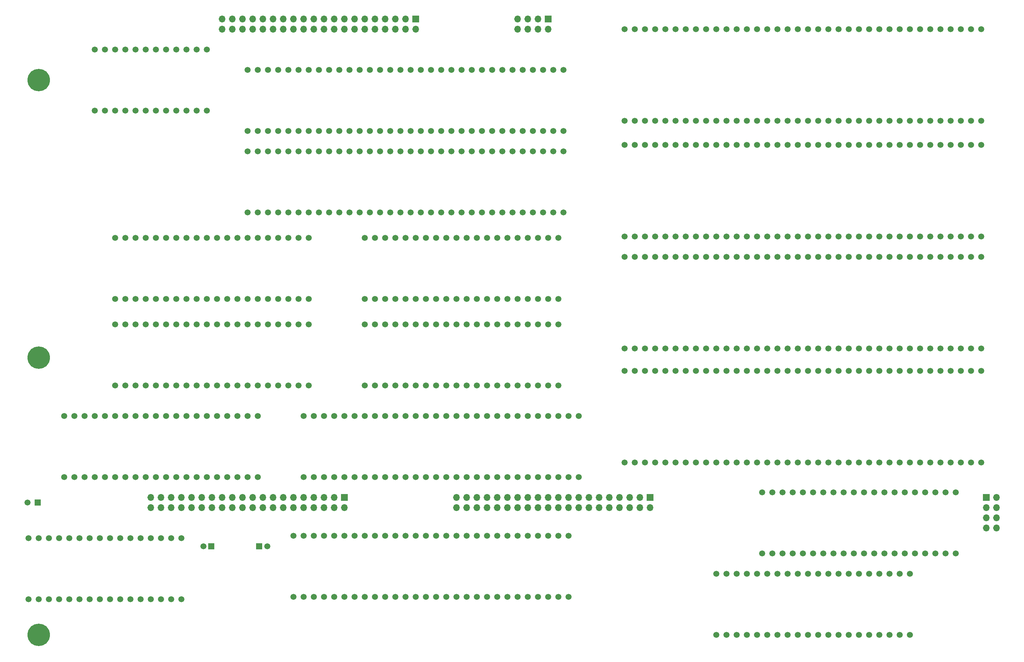
<source format=gbs>
%TF.GenerationSoftware,KiCad,Pcbnew,8.0.4*%
%TF.CreationDate,2024-08-23T10:55:08+02:00*%
%TF.ProjectId,Video Board - Memory,56696465-6f20-4426-9f61-7264202d204d,rev?*%
%TF.SameCoordinates,PX18392c0PY1360f00*%
%TF.FileFunction,Soldermask,Bot*%
%TF.FilePolarity,Negative*%
%FSLAX46Y46*%
G04 Gerber Fmt 4.6, Leading zero omitted, Abs format (unit mm)*
G04 Created by KiCad (PCBNEW 8.0.4) date 2024-08-23 10:55:08*
%MOMM*%
%LPD*%
G01*
G04 APERTURE LIST*
%ADD10R,1.500000X1.500000*%
%ADD11C,1.500000*%
%ADD12C,5.600000*%
%ADD13R,1.700000X1.700000*%
%ADD14O,1.700000X1.700000*%
G04 APERTURE END LIST*
D10*
%TO.C,C3*%
X54991000Y-116332000D03*
D11*
X56991000Y-116332000D03*
%TD*%
%TO.C,B4*%
X146050000Y-10160000D03*
X148590000Y-10160000D03*
X151130000Y-10160000D03*
X153670000Y-10160000D03*
X156210000Y-10160000D03*
X158750000Y-10160000D03*
X161290000Y-10160000D03*
X163830000Y-10160000D03*
X166370000Y-10160000D03*
X168910000Y-10160000D03*
X171450000Y-10160000D03*
X173990000Y-10160000D03*
X176530000Y-10160000D03*
X179070000Y-10160000D03*
X181610000Y-10160000D03*
X184150000Y-10160000D03*
X186690000Y-10160000D03*
X189230000Y-10160000D03*
X191770000Y-10160000D03*
X194310000Y-10160000D03*
X196850000Y-10160000D03*
X199390000Y-10160000D03*
X201930000Y-10160000D03*
X204470000Y-10160000D03*
X207010000Y-10160000D03*
X209550000Y-10160000D03*
X212090000Y-10160000D03*
X214630000Y-10160000D03*
X217170000Y-10160000D03*
X219710000Y-10160000D03*
X222250000Y-10160000D03*
X224790000Y-10160000D03*
X227330000Y-10160000D03*
X229870000Y-10160000D03*
X232410000Y-10160000D03*
X234950000Y-10160000D03*
X234950000Y12700000D03*
X232410000Y12700000D03*
X229870000Y12700000D03*
X227330000Y12700000D03*
X224790000Y12700000D03*
X222250000Y12700000D03*
X219710000Y12700000D03*
X217170000Y12700000D03*
X214630000Y12700000D03*
X212090000Y12700000D03*
X209550000Y12700000D03*
X207010000Y12700000D03*
X204470000Y12700000D03*
X201930000Y12700000D03*
X199390000Y12700000D03*
X196850000Y12700000D03*
X194310000Y12700000D03*
X191770000Y12700000D03*
X189230000Y12700000D03*
X186690000Y12700000D03*
X184150000Y12700000D03*
X181610000Y12700000D03*
X179070000Y12700000D03*
X176530000Y12700000D03*
X173990000Y12700000D03*
X171450000Y12700000D03*
X168910000Y12700000D03*
X166370000Y12700000D03*
X163830000Y12700000D03*
X161290000Y12700000D03*
X158750000Y12700000D03*
X156210000Y12700000D03*
X153670000Y12700000D03*
X151130000Y12700000D03*
X148590000Y12700000D03*
X146050000Y12700000D03*
%TD*%
%TO.C,B25*%
X-2540000Y-129540000D03*
X0Y-129540000D03*
X2540000Y-129540000D03*
X5080000Y-129540000D03*
X7620000Y-129540000D03*
X10160000Y-129540000D03*
X12700000Y-129540000D03*
X15240000Y-129540000D03*
X17780000Y-129540000D03*
X20320000Y-129540000D03*
X22860000Y-129540000D03*
X25400000Y-129540000D03*
X27940000Y-129540000D03*
X30480000Y-129540000D03*
X33020000Y-129540000D03*
X35560000Y-129540000D03*
X35560000Y-114300000D03*
X33020000Y-114300000D03*
X30480000Y-114300000D03*
X27940000Y-114300000D03*
X25400000Y-114300000D03*
X22860000Y-114300000D03*
X20320000Y-114300000D03*
X17780000Y-114300000D03*
X15240000Y-114300000D03*
X12700000Y-114300000D03*
X10160000Y-114300000D03*
X7620000Y-114300000D03*
X5080000Y-114300000D03*
X2540000Y-114300000D03*
X0Y-114300000D03*
X-2540000Y-114300000D03*
%TD*%
%TO.C,B31*%
X146050000Y-95411000D03*
X148590000Y-95411000D03*
X151130000Y-95411000D03*
X153670000Y-95411000D03*
X156210000Y-95411000D03*
X158750000Y-95411000D03*
X161290000Y-95411000D03*
X163830000Y-95411000D03*
X166370000Y-95411000D03*
X168910000Y-95411000D03*
X171450000Y-95411000D03*
X173990000Y-95411000D03*
X176530000Y-95411000D03*
X179070000Y-95411000D03*
X181610000Y-95411000D03*
X184150000Y-95411000D03*
X186690000Y-95411000D03*
X189230000Y-95411000D03*
X191770000Y-95411000D03*
X194310000Y-95411000D03*
X196850000Y-95411000D03*
X199390000Y-95411000D03*
X201930000Y-95411000D03*
X204470000Y-95411000D03*
X207010000Y-95411000D03*
X209550000Y-95411000D03*
X212090000Y-95411000D03*
X214630000Y-95411000D03*
X217170000Y-95411000D03*
X219710000Y-95411000D03*
X222250000Y-95411000D03*
X224790000Y-95411000D03*
X227330000Y-95411000D03*
X229870000Y-95411000D03*
X232410000Y-95411000D03*
X234950000Y-95411000D03*
X234950000Y-72551000D03*
X232410000Y-72551000D03*
X229870000Y-72551000D03*
X227330000Y-72551000D03*
X224790000Y-72551000D03*
X222250000Y-72551000D03*
X219710000Y-72551000D03*
X217170000Y-72551000D03*
X214630000Y-72551000D03*
X212090000Y-72551000D03*
X209550000Y-72551000D03*
X207010000Y-72551000D03*
X204470000Y-72551000D03*
X201930000Y-72551000D03*
X199390000Y-72551000D03*
X196850000Y-72551000D03*
X194310000Y-72551000D03*
X191770000Y-72551000D03*
X189230000Y-72551000D03*
X186690000Y-72551000D03*
X184150000Y-72551000D03*
X181610000Y-72551000D03*
X179070000Y-72551000D03*
X176530000Y-72551000D03*
X173990000Y-72551000D03*
X171450000Y-72551000D03*
X168910000Y-72551000D03*
X166370000Y-72551000D03*
X163830000Y-72551000D03*
X161290000Y-72551000D03*
X158750000Y-72551000D03*
X156210000Y-72551000D03*
X153670000Y-72551000D03*
X151130000Y-72551000D03*
X148590000Y-72551000D03*
X146050000Y-72551000D03*
%TD*%
D10*
%TO.C,C4*%
X43053000Y-116332000D03*
D11*
X41053000Y-116332000D03*
%TD*%
%TO.C,B28*%
X81280000Y-54610000D03*
X83820000Y-54610000D03*
X86360000Y-54610000D03*
X88900000Y-54610000D03*
X91440000Y-54610000D03*
X93980000Y-54610000D03*
X96520000Y-54610000D03*
X99060000Y-54610000D03*
X101600000Y-54610000D03*
X104140000Y-54610000D03*
X106680000Y-54610000D03*
X109220000Y-54610000D03*
X111760000Y-54610000D03*
X114300000Y-54610000D03*
X116840000Y-54610000D03*
X119380000Y-54610000D03*
X121920000Y-54610000D03*
X124460000Y-54610000D03*
X127000000Y-54610000D03*
X129540000Y-54610000D03*
X129540000Y-39370000D03*
X127000000Y-39370000D03*
X124460000Y-39370000D03*
X121920000Y-39370000D03*
X119380000Y-39370000D03*
X116840000Y-39370000D03*
X114300000Y-39370000D03*
X111760000Y-39370000D03*
X109220000Y-39370000D03*
X106680000Y-39370000D03*
X104140000Y-39370000D03*
X101600000Y-39370000D03*
X99060000Y-39370000D03*
X96520000Y-39370000D03*
X93980000Y-39370000D03*
X91440000Y-39370000D03*
X88900000Y-39370000D03*
X86360000Y-39370000D03*
X83820000Y-39370000D03*
X81280000Y-39370000D03*
%TD*%
D12*
%TO.C,H19*%
X0Y0D03*
%TD*%
D11*
%TO.C,B35*%
X52070000Y-33020000D03*
X54610000Y-33020000D03*
X57150000Y-33020000D03*
X59690000Y-33020000D03*
X62230000Y-33020000D03*
X64770000Y-33020000D03*
X67310000Y-33020000D03*
X69850000Y-33020000D03*
X72390000Y-33020000D03*
X74930000Y-33020000D03*
X77470000Y-33020000D03*
X80010000Y-33020000D03*
X82550000Y-33020000D03*
X85090000Y-33020000D03*
X87630000Y-33020000D03*
X90170000Y-33020000D03*
X92710000Y-33020000D03*
X95250000Y-33020000D03*
X97790000Y-33020000D03*
X100330000Y-33020000D03*
X102870000Y-33020000D03*
X105410000Y-33020000D03*
X107950000Y-33020000D03*
X110490000Y-33020000D03*
X113030000Y-33020000D03*
X115570000Y-33020000D03*
X118110000Y-33020000D03*
X120650000Y-33020000D03*
X123190000Y-33020000D03*
X125730000Y-33020000D03*
X128270000Y-33020000D03*
X130810000Y-33020000D03*
X130810000Y-17780000D03*
X128270000Y-17780000D03*
X125730000Y-17780000D03*
X123190000Y-17780000D03*
X120650000Y-17780000D03*
X118110000Y-17780000D03*
X115570000Y-17780000D03*
X113030000Y-17780000D03*
X110490000Y-17780000D03*
X107950000Y-17780000D03*
X105410000Y-17780000D03*
X102870000Y-17780000D03*
X100330000Y-17780000D03*
X97790000Y-17780000D03*
X95250000Y-17780000D03*
X92710000Y-17780000D03*
X90170000Y-17780000D03*
X87630000Y-17780000D03*
X85090000Y-17780000D03*
X82550000Y-17780000D03*
X80010000Y-17780000D03*
X77470000Y-17780000D03*
X74930000Y-17780000D03*
X72390000Y-17780000D03*
X69850000Y-17780000D03*
X67310000Y-17780000D03*
X64770000Y-17780000D03*
X62230000Y-17780000D03*
X59690000Y-17780000D03*
X57150000Y-17780000D03*
X54610000Y-17780000D03*
X52070000Y-17780000D03*
%TD*%
%TO.C,B1*%
X13970000Y-7620000D03*
X16510000Y-7620000D03*
X19050000Y-7620000D03*
X21590000Y-7620000D03*
X24130000Y-7620000D03*
X26670000Y-7620000D03*
X29210000Y-7620000D03*
X31750000Y-7620000D03*
X34290000Y-7620000D03*
X36830000Y-7620000D03*
X39370000Y-7620000D03*
X41910000Y-7620000D03*
X41910000Y7620000D03*
X39370000Y7620000D03*
X36830000Y7620000D03*
X34290000Y7620000D03*
X31750000Y7620000D03*
X29210000Y7620000D03*
X26670000Y7620000D03*
X24130000Y7620000D03*
X21590000Y7620000D03*
X19050000Y7620000D03*
X16510000Y7620000D03*
X13970000Y7620000D03*
%TD*%
%TO.C,B32*%
X146050000Y-66929000D03*
X148590000Y-66929000D03*
X151130000Y-66929000D03*
X153670000Y-66929000D03*
X156210000Y-66929000D03*
X158750000Y-66929000D03*
X161290000Y-66929000D03*
X163830000Y-66929000D03*
X166370000Y-66929000D03*
X168910000Y-66929000D03*
X171450000Y-66929000D03*
X173990000Y-66929000D03*
X176530000Y-66929000D03*
X179070000Y-66929000D03*
X181610000Y-66929000D03*
X184150000Y-66929000D03*
X186690000Y-66929000D03*
X189230000Y-66929000D03*
X191770000Y-66929000D03*
X194310000Y-66929000D03*
X196850000Y-66929000D03*
X199390000Y-66929000D03*
X201930000Y-66929000D03*
X204470000Y-66929000D03*
X207010000Y-66929000D03*
X209550000Y-66929000D03*
X212090000Y-66929000D03*
X214630000Y-66929000D03*
X217170000Y-66929000D03*
X219710000Y-66929000D03*
X222250000Y-66929000D03*
X224790000Y-66929000D03*
X227330000Y-66929000D03*
X229870000Y-66929000D03*
X232410000Y-66929000D03*
X234950000Y-66929000D03*
X234950000Y-44069000D03*
X232410000Y-44069000D03*
X229870000Y-44069000D03*
X227330000Y-44069000D03*
X224790000Y-44069000D03*
X222250000Y-44069000D03*
X219710000Y-44069000D03*
X217170000Y-44069000D03*
X214630000Y-44069000D03*
X212090000Y-44069000D03*
X209550000Y-44069000D03*
X207010000Y-44069000D03*
X204470000Y-44069000D03*
X201930000Y-44069000D03*
X199390000Y-44069000D03*
X196850000Y-44069000D03*
X194310000Y-44069000D03*
X191770000Y-44069000D03*
X189230000Y-44069000D03*
X186690000Y-44069000D03*
X184150000Y-44069000D03*
X181610000Y-44069000D03*
X179070000Y-44069000D03*
X176530000Y-44069000D03*
X173990000Y-44069000D03*
X171450000Y-44069000D03*
X168910000Y-44069000D03*
X166370000Y-44069000D03*
X163830000Y-44069000D03*
X161290000Y-44069000D03*
X158750000Y-44069000D03*
X156210000Y-44069000D03*
X153670000Y-44069000D03*
X151130000Y-44069000D03*
X148590000Y-44069000D03*
X146050000Y-44069000D03*
%TD*%
%TO.C,B24*%
X66040000Y-99060000D03*
X68580000Y-99060000D03*
X71120000Y-99060000D03*
X73660000Y-99060000D03*
X76200000Y-99060000D03*
X78740000Y-99060000D03*
X81280000Y-99060000D03*
X83820000Y-99060000D03*
X86360000Y-99060000D03*
X88900000Y-99060000D03*
X91440000Y-99060000D03*
X93980000Y-99060000D03*
X96520000Y-99060000D03*
X99060000Y-99060000D03*
X101600000Y-99060000D03*
X104140000Y-99060000D03*
X106680000Y-99060000D03*
X109220000Y-99060000D03*
X111760000Y-99060000D03*
X114300000Y-99060000D03*
X116840000Y-99060000D03*
X119380000Y-99060000D03*
X121920000Y-99060000D03*
X124460000Y-99060000D03*
X127000000Y-99060000D03*
X129540000Y-99060000D03*
X132080000Y-99060000D03*
X134620000Y-99060000D03*
X134620000Y-83820000D03*
X132080000Y-83820000D03*
X129540000Y-83820000D03*
X127000000Y-83820000D03*
X124460000Y-83820000D03*
X121920000Y-83820000D03*
X119380000Y-83820000D03*
X116840000Y-83820000D03*
X114300000Y-83820000D03*
X111760000Y-83820000D03*
X109220000Y-83820000D03*
X106680000Y-83820000D03*
X104140000Y-83820000D03*
X101600000Y-83820000D03*
X99060000Y-83820000D03*
X96520000Y-83820000D03*
X93980000Y-83820000D03*
X91440000Y-83820000D03*
X88900000Y-83820000D03*
X86360000Y-83820000D03*
X83820000Y-83820000D03*
X81280000Y-83820000D03*
X78740000Y-83820000D03*
X76200000Y-83820000D03*
X73660000Y-83820000D03*
X71120000Y-83820000D03*
X68580000Y-83820000D03*
X66040000Y-83820000D03*
%TD*%
%TO.C,B18*%
X146050000Y-38989000D03*
X148590000Y-38989000D03*
X151130000Y-38989000D03*
X153670000Y-38989000D03*
X156210000Y-38989000D03*
X158750000Y-38989000D03*
X161290000Y-38989000D03*
X163830000Y-38989000D03*
X166370000Y-38989000D03*
X168910000Y-38989000D03*
X171450000Y-38989000D03*
X173990000Y-38989000D03*
X176530000Y-38989000D03*
X179070000Y-38989000D03*
X181610000Y-38989000D03*
X184150000Y-38989000D03*
X186690000Y-38989000D03*
X189230000Y-38989000D03*
X191770000Y-38989000D03*
X194310000Y-38989000D03*
X196850000Y-38989000D03*
X199390000Y-38989000D03*
X201930000Y-38989000D03*
X204470000Y-38989000D03*
X207010000Y-38989000D03*
X209550000Y-38989000D03*
X212090000Y-38989000D03*
X214630000Y-38989000D03*
X217170000Y-38989000D03*
X219710000Y-38989000D03*
X222250000Y-38989000D03*
X224790000Y-38989000D03*
X227330000Y-38989000D03*
X229870000Y-38989000D03*
X232410000Y-38989000D03*
X234950000Y-38989000D03*
X234950000Y-16129000D03*
X232410000Y-16129000D03*
X229870000Y-16129000D03*
X227330000Y-16129000D03*
X224790000Y-16129000D03*
X222250000Y-16129000D03*
X219710000Y-16129000D03*
X217170000Y-16129000D03*
X214630000Y-16129000D03*
X212090000Y-16129000D03*
X209550000Y-16129000D03*
X207010000Y-16129000D03*
X204470000Y-16129000D03*
X201930000Y-16129000D03*
X199390000Y-16129000D03*
X196850000Y-16129000D03*
X194310000Y-16129000D03*
X191770000Y-16129000D03*
X189230000Y-16129000D03*
X186690000Y-16129000D03*
X184150000Y-16129000D03*
X181610000Y-16129000D03*
X179070000Y-16129000D03*
X176530000Y-16129000D03*
X173990000Y-16129000D03*
X171450000Y-16129000D03*
X168910000Y-16129000D03*
X166370000Y-16129000D03*
X163830000Y-16129000D03*
X161290000Y-16129000D03*
X158750000Y-16129000D03*
X156210000Y-16129000D03*
X153670000Y-16129000D03*
X151130000Y-16129000D03*
X148590000Y-16129000D03*
X146050000Y-16129000D03*
%TD*%
%TO.C,B17*%
X81280000Y-76200000D03*
X83820000Y-76200000D03*
X86360000Y-76200000D03*
X88900000Y-76200000D03*
X91440000Y-76200000D03*
X93980000Y-76200000D03*
X96520000Y-76200000D03*
X99060000Y-76200000D03*
X101600000Y-76200000D03*
X104140000Y-76200000D03*
X106680000Y-76200000D03*
X109220000Y-76200000D03*
X111760000Y-76200000D03*
X114300000Y-76200000D03*
X116840000Y-76200000D03*
X119380000Y-76200000D03*
X121920000Y-76200000D03*
X124460000Y-76200000D03*
X127000000Y-76200000D03*
X129540000Y-76200000D03*
X129540000Y-60960000D03*
X127000000Y-60960000D03*
X124460000Y-60960000D03*
X121920000Y-60960000D03*
X119380000Y-60960000D03*
X116840000Y-60960000D03*
X114300000Y-60960000D03*
X111760000Y-60960000D03*
X109220000Y-60960000D03*
X106680000Y-60960000D03*
X104140000Y-60960000D03*
X101600000Y-60960000D03*
X99060000Y-60960000D03*
X96520000Y-60960000D03*
X93980000Y-60960000D03*
X91440000Y-60960000D03*
X88900000Y-60960000D03*
X86360000Y-60960000D03*
X83820000Y-60960000D03*
X81280000Y-60960000D03*
%TD*%
D12*
%TO.C,H9*%
X0Y-138430000D03*
%TD*%
D11*
%TO.C,B2*%
X168910000Y-138430000D03*
X171450000Y-138430000D03*
X173990000Y-138430000D03*
X176530000Y-138430000D03*
X179070000Y-138430000D03*
X181610000Y-138430000D03*
X184150000Y-138430000D03*
X186690000Y-138430000D03*
X189230000Y-138430000D03*
X191770000Y-138430000D03*
X194310000Y-138430000D03*
X196850000Y-138430000D03*
X199390000Y-138430000D03*
X201930000Y-138430000D03*
X204470000Y-138430000D03*
X207010000Y-138430000D03*
X209550000Y-138430000D03*
X212090000Y-138430000D03*
X214630000Y-138430000D03*
X217170000Y-138430000D03*
X217170000Y-123190000D03*
X214630000Y-123190000D03*
X212090000Y-123190000D03*
X209550000Y-123190000D03*
X207010000Y-123190000D03*
X204470000Y-123190000D03*
X201930000Y-123190000D03*
X199390000Y-123190000D03*
X196850000Y-123190000D03*
X194310000Y-123190000D03*
X191770000Y-123190000D03*
X189230000Y-123190000D03*
X186690000Y-123190000D03*
X184150000Y-123190000D03*
X181610000Y-123190000D03*
X179070000Y-123190000D03*
X176530000Y-123190000D03*
X173990000Y-123190000D03*
X171450000Y-123190000D03*
X168910000Y-123190000D03*
%TD*%
%TO.C,B22*%
X63500000Y-128905000D03*
X66040000Y-128905000D03*
X68580000Y-128905000D03*
X71120000Y-128905000D03*
X73660000Y-128905000D03*
X76200000Y-128905000D03*
X78740000Y-128905000D03*
X81280000Y-128905000D03*
X83820000Y-128905000D03*
X86360000Y-128905000D03*
X88900000Y-128905000D03*
X91440000Y-128905000D03*
X93980000Y-128905000D03*
X96520000Y-128905000D03*
X99060000Y-128905000D03*
X101600000Y-128905000D03*
X104140000Y-128905000D03*
X106680000Y-128905000D03*
X109220000Y-128905000D03*
X111760000Y-128905000D03*
X114300000Y-128905000D03*
X116840000Y-128905000D03*
X119380000Y-128905000D03*
X121920000Y-128905000D03*
X124460000Y-128905000D03*
X127000000Y-128905000D03*
X129540000Y-128905000D03*
X132080000Y-128905000D03*
X132080000Y-113665000D03*
X129540000Y-113665000D03*
X127000000Y-113665000D03*
X124460000Y-113665000D03*
X121920000Y-113665000D03*
X119380000Y-113665000D03*
X116840000Y-113665000D03*
X114300000Y-113665000D03*
X111760000Y-113665000D03*
X109220000Y-113665000D03*
X106680000Y-113665000D03*
X104140000Y-113665000D03*
X101600000Y-113665000D03*
X99060000Y-113665000D03*
X96520000Y-113665000D03*
X93980000Y-113665000D03*
X91440000Y-113665000D03*
X88900000Y-113665000D03*
X86360000Y-113665000D03*
X83820000Y-113665000D03*
X81280000Y-113665000D03*
X78740000Y-113665000D03*
X76200000Y-113665000D03*
X73660000Y-113665000D03*
X71120000Y-113665000D03*
X68580000Y-113665000D03*
X66040000Y-113665000D03*
X63500000Y-113665000D03*
%TD*%
%TO.C,B29*%
X52070000Y-12700000D03*
X54610000Y-12700000D03*
X57150000Y-12700000D03*
X59690000Y-12700000D03*
X62230000Y-12700000D03*
X64770000Y-12700000D03*
X67310000Y-12700000D03*
X69850000Y-12700000D03*
X72390000Y-12700000D03*
X74930000Y-12700000D03*
X77470000Y-12700000D03*
X80010000Y-12700000D03*
X82550000Y-12700000D03*
X85090000Y-12700000D03*
X87630000Y-12700000D03*
X90170000Y-12700000D03*
X92710000Y-12700000D03*
X95250000Y-12700000D03*
X97790000Y-12700000D03*
X100330000Y-12700000D03*
X102870000Y-12700000D03*
X105410000Y-12700000D03*
X107950000Y-12700000D03*
X110490000Y-12700000D03*
X113030000Y-12700000D03*
X115570000Y-12700000D03*
X118110000Y-12700000D03*
X120650000Y-12700000D03*
X123190000Y-12700000D03*
X125730000Y-12700000D03*
X128270000Y-12700000D03*
X130810000Y-12700000D03*
X130810000Y2540000D03*
X128270000Y2540000D03*
X125730000Y2540000D03*
X123190000Y2540000D03*
X120650000Y2540000D03*
X118110000Y2540000D03*
X115570000Y2540000D03*
X113030000Y2540000D03*
X110490000Y2540000D03*
X107950000Y2540000D03*
X105410000Y2540000D03*
X102870000Y2540000D03*
X100330000Y2540000D03*
X97790000Y2540000D03*
X95250000Y2540000D03*
X92710000Y2540000D03*
X90170000Y2540000D03*
X87630000Y2540000D03*
X85090000Y2540000D03*
X82550000Y2540000D03*
X80010000Y2540000D03*
X77470000Y2540000D03*
X74930000Y2540000D03*
X72390000Y2540000D03*
X69850000Y2540000D03*
X67310000Y2540000D03*
X64770000Y2540000D03*
X62230000Y2540000D03*
X59690000Y2540000D03*
X57150000Y2540000D03*
X54610000Y2540000D03*
X52070000Y2540000D03*
%TD*%
D12*
%TO.C,H1*%
X0Y-69215000D03*
%TD*%
D11*
%TO.C,B30*%
X6350000Y-99060000D03*
X8890000Y-99060000D03*
X11430000Y-99060000D03*
X13970000Y-99060000D03*
X16510000Y-99060000D03*
X19050000Y-99060000D03*
X21590000Y-99060000D03*
X24130000Y-99060000D03*
X26670000Y-99060000D03*
X29210000Y-99060000D03*
X31750000Y-99060000D03*
X34290000Y-99060000D03*
X36830000Y-99060000D03*
X39370000Y-99060000D03*
X41910000Y-99060000D03*
X44450000Y-99060000D03*
X46990000Y-99060000D03*
X49530000Y-99060000D03*
X52070000Y-99060000D03*
X54610000Y-99060000D03*
X54610000Y-83820000D03*
X52070000Y-83820000D03*
X49530000Y-83820000D03*
X46990000Y-83820000D03*
X44450000Y-83820000D03*
X41910000Y-83820000D03*
X39370000Y-83820000D03*
X36830000Y-83820000D03*
X34290000Y-83820000D03*
X31750000Y-83820000D03*
X29210000Y-83820000D03*
X26670000Y-83820000D03*
X24130000Y-83820000D03*
X21590000Y-83820000D03*
X19050000Y-83820000D03*
X16510000Y-83820000D03*
X13970000Y-83820000D03*
X11430000Y-83820000D03*
X8890000Y-83820000D03*
X6350000Y-83820000D03*
%TD*%
%TO.C,B19*%
X180340000Y-118110000D03*
X182880000Y-118110000D03*
X185420000Y-118110000D03*
X187960000Y-118110000D03*
X190500000Y-118110000D03*
X193040000Y-118110000D03*
X195580000Y-118110000D03*
X198120000Y-118110000D03*
X200660000Y-118110000D03*
X203200000Y-118110000D03*
X205740000Y-118110000D03*
X208280000Y-118110000D03*
X210820000Y-118110000D03*
X213360000Y-118110000D03*
X215900000Y-118110000D03*
X218440000Y-118110000D03*
X220980000Y-118110000D03*
X223520000Y-118110000D03*
X226060000Y-118110000D03*
X228600000Y-118110000D03*
X228600000Y-102870000D03*
X226060000Y-102870000D03*
X223520000Y-102870000D03*
X220980000Y-102870000D03*
X218440000Y-102870000D03*
X215900000Y-102870000D03*
X213360000Y-102870000D03*
X210820000Y-102870000D03*
X208280000Y-102870000D03*
X205740000Y-102870000D03*
X203200000Y-102870000D03*
X200660000Y-102870000D03*
X198120000Y-102870000D03*
X195580000Y-102870000D03*
X193040000Y-102870000D03*
X190500000Y-102870000D03*
X187960000Y-102870000D03*
X185420000Y-102870000D03*
X182880000Y-102870000D03*
X180340000Y-102870000D03*
%TD*%
%TO.C,B27*%
X19050000Y-54610000D03*
X21590000Y-54610000D03*
X24130000Y-54610000D03*
X26670000Y-54610000D03*
X29210000Y-54610000D03*
X31750000Y-54610000D03*
X34290000Y-54610000D03*
X36830000Y-54610000D03*
X39370000Y-54610000D03*
X41910000Y-54610000D03*
X44450000Y-54610000D03*
X46990000Y-54610000D03*
X49530000Y-54610000D03*
X52070000Y-54610000D03*
X54610000Y-54610000D03*
X57150000Y-54610000D03*
X59690000Y-54610000D03*
X62230000Y-54610000D03*
X64770000Y-54610000D03*
X67310000Y-54610000D03*
X67310000Y-39370000D03*
X64770000Y-39370000D03*
X62230000Y-39370000D03*
X59690000Y-39370000D03*
X57150000Y-39370000D03*
X54610000Y-39370000D03*
X52070000Y-39370000D03*
X49530000Y-39370000D03*
X46990000Y-39370000D03*
X44450000Y-39370000D03*
X41910000Y-39370000D03*
X39370000Y-39370000D03*
X36830000Y-39370000D03*
X34290000Y-39370000D03*
X31750000Y-39370000D03*
X29210000Y-39370000D03*
X26670000Y-39370000D03*
X24130000Y-39370000D03*
X21590000Y-39370000D03*
X19050000Y-39370000D03*
%TD*%
D10*
%TO.C,LED2*%
X-254000Y-105410000D03*
D11*
X-2794000Y-105410000D03*
%TD*%
%TO.C,B33*%
X19050000Y-76200000D03*
X21590000Y-76200000D03*
X24130000Y-76200000D03*
X26670000Y-76200000D03*
X29210000Y-76200000D03*
X31750000Y-76200000D03*
X34290000Y-76200000D03*
X36830000Y-76200000D03*
X39370000Y-76200000D03*
X41910000Y-76200000D03*
X44450000Y-76200000D03*
X46990000Y-76200000D03*
X49530000Y-76200000D03*
X52070000Y-76200000D03*
X54610000Y-76200000D03*
X57150000Y-76200000D03*
X59690000Y-76200000D03*
X62230000Y-76200000D03*
X64770000Y-76200000D03*
X67310000Y-76200000D03*
X67310000Y-60960000D03*
X64770000Y-60960000D03*
X62230000Y-60960000D03*
X59690000Y-60960000D03*
X57150000Y-60960000D03*
X54610000Y-60960000D03*
X52070000Y-60960000D03*
X49530000Y-60960000D03*
X46990000Y-60960000D03*
X44450000Y-60960000D03*
X41910000Y-60960000D03*
X39370000Y-60960000D03*
X36830000Y-60960000D03*
X34290000Y-60960000D03*
X31750000Y-60960000D03*
X29210000Y-60960000D03*
X26670000Y-60960000D03*
X24130000Y-60960000D03*
X21590000Y-60960000D03*
X19050000Y-60960000D03*
%TD*%
D13*
%TO.C,J3*%
X93980000Y15240000D03*
D14*
X93980000Y12700000D03*
X91440000Y15240000D03*
X91440000Y12700000D03*
X88900000Y15240000D03*
X88900000Y12700000D03*
X86360000Y15240000D03*
X86360000Y12700000D03*
X83820000Y15240000D03*
X83820000Y12700000D03*
X81280000Y15240000D03*
X81280000Y12700000D03*
X78740000Y15240000D03*
X78740000Y12700000D03*
X76200000Y15240000D03*
X76200000Y12700000D03*
X73660000Y15240000D03*
X73660000Y12700000D03*
X71120000Y15240000D03*
X71120000Y12700000D03*
X68580000Y15240000D03*
X68580000Y12700000D03*
X66040000Y15240000D03*
X66040000Y12700000D03*
X63500000Y15240000D03*
X63500000Y12700000D03*
X60960000Y15240000D03*
X60960000Y12700000D03*
X58420000Y15240000D03*
X58420000Y12700000D03*
X55880000Y15240000D03*
X55880000Y12700000D03*
X53340000Y15240000D03*
X53340000Y12700000D03*
X50800000Y15240000D03*
X50800000Y12700000D03*
X48260000Y15240000D03*
X48260000Y12700000D03*
X45720000Y15240000D03*
X45720000Y12700000D03*
%TD*%
D13*
%TO.C,J5*%
X236220000Y-104140000D03*
D14*
X238760000Y-104140000D03*
X236220000Y-106680000D03*
X238760000Y-106680000D03*
X236220000Y-109220000D03*
X238760000Y-109220000D03*
X236220000Y-111760000D03*
X238760000Y-111760000D03*
%TD*%
D13*
%TO.C,J1*%
X127000000Y15240000D03*
D14*
X127000000Y12700000D03*
X124460000Y15240000D03*
X124460000Y12700000D03*
X121920000Y15240000D03*
X121920000Y12700000D03*
X119380000Y15240000D03*
X119380000Y12700000D03*
%TD*%
D13*
%TO.C,J2*%
X152400000Y-104140000D03*
D14*
X152400000Y-106680000D03*
X149860000Y-104140000D03*
X149860000Y-106680000D03*
X147320000Y-104140000D03*
X147320000Y-106680000D03*
X144780000Y-104140000D03*
X144780000Y-106680000D03*
X142240000Y-104140000D03*
X142240000Y-106680000D03*
X139700000Y-104140000D03*
X139700000Y-106680000D03*
X137160000Y-104140000D03*
X137160000Y-106680000D03*
X134620000Y-104140000D03*
X134620000Y-106680000D03*
X132080000Y-104140000D03*
X132080000Y-106680000D03*
X129540000Y-104140000D03*
X129540000Y-106680000D03*
X127000000Y-104140000D03*
X127000000Y-106680000D03*
X124460000Y-104140000D03*
X124460000Y-106680000D03*
X121920000Y-104140000D03*
X121920000Y-106680000D03*
X119380000Y-104140000D03*
X119380000Y-106680000D03*
X116840000Y-104140000D03*
X116840000Y-106680000D03*
X114300000Y-104140000D03*
X114300000Y-106680000D03*
X111760000Y-104140000D03*
X111760000Y-106680000D03*
X109220000Y-104140000D03*
X109220000Y-106680000D03*
X106680000Y-104140000D03*
X106680000Y-106680000D03*
X104140000Y-104140000D03*
X104140000Y-106680000D03*
%TD*%
D13*
%TO.C,J4*%
X76200000Y-104140000D03*
D14*
X76200000Y-106680000D03*
X73660000Y-104140000D03*
X73660000Y-106680000D03*
X71120000Y-104140000D03*
X71120000Y-106680000D03*
X68580000Y-104140000D03*
X68580000Y-106680000D03*
X66040000Y-104140000D03*
X66040000Y-106680000D03*
X63500000Y-104140000D03*
X63500000Y-106680000D03*
X60960000Y-104140000D03*
X60960000Y-106680000D03*
X58420000Y-104140000D03*
X58420000Y-106680000D03*
X55880000Y-104140000D03*
X55880000Y-106680000D03*
X53340000Y-104140000D03*
X53340000Y-106680000D03*
X50800000Y-104140000D03*
X50800000Y-106680000D03*
X48260000Y-104140000D03*
X48260000Y-106680000D03*
X45720000Y-104140000D03*
X45720000Y-106680000D03*
X43180000Y-104140000D03*
X43180000Y-106680000D03*
X40640000Y-104140000D03*
X40640000Y-106680000D03*
X38100000Y-104140000D03*
X38100000Y-106680000D03*
X35560000Y-104140000D03*
X35560000Y-106680000D03*
X33020000Y-104140000D03*
X33020000Y-106680000D03*
X30480000Y-104140000D03*
X30480000Y-106680000D03*
X27940000Y-104140000D03*
X27940000Y-106680000D03*
%TD*%
M02*

</source>
